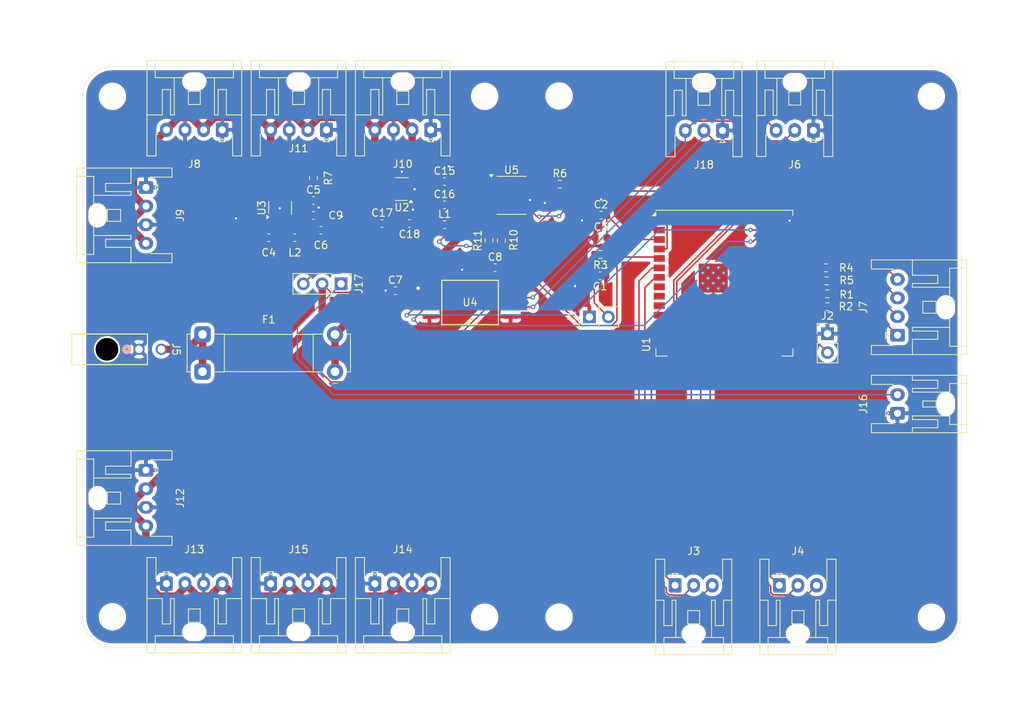
<source format=kicad_pcb>
(kicad_pcb (version 20241229) (generator "pcbnew") (generator_version "9.0")
  (layers (0 "F.Cu" signal) (2 "B.Cu" signal) (13 "F.Paste" user) (15 "B.Paste" user) (5 "F.SilkS" user "F.Silkscreen") (7 "B.SilkS" user "B.Silkscreen") (1 "F.Mask" user) (3 "B.Mask" user) (25 "Edge.Cuts" user))
  (net 0 "")
  (net 1 "GND")
  (net 2 "+12V")
  (net 3 "+5V")
  (net 4 "Net-(J5-Pin_2)")
  (net 5 "BSPD")
  (net 6 "CKPT")
  (net 7 "LEFT")
  (net 8 "BOTS")
  (net 9 "IS")
  (net 10 "RIGHT")
  (net 11 "CANH")
  (net 12 "CANL")
  (net 13 "Main_Reset")
  (net 14 "+3V3")
  (net 15 "Net-(U3-SW)")
  (net 16 "Net-(U3-CB)")
  (net 17 "+5V_Supply")
  (net 18 "Net-(U2-CB)")
  (net 19 "Net-(U2-SW)")
  (net 20 "LVMS")
  (net 21 "Net-(J2-Pin_2)")
  (net 22 "USBD+")
  (net 23 "USBD-")
  (net 24 "Net-(J7-Pin_4)")
  (net 25 "Net-(J7-Pin_3)")
  (net 26 "Net-(U1-IO19)")
  (net 27 "Net-(U1-IO20)")
  (net 28 "SDA")
  (net 29 "SCL")
  (net 30 "Net-(U3-EN)")
  (net 32 "RX")
  (net 42 "CAND")
  (net 47 "CANR")
  (net 55 "TX")
  (net 56 "+5V_USB")
  (footprint "Connector_JST:JST_XA_S03B-XASK-1_1x03_P2.50mm_Horizontal" (layer "F.Cu") (at 136.575 121.725)
    (property "Reference" "J3")
    (property "Value" "S03B-XASK-1")
  )
  (footprint "Custom_MSM:Regulator_Switching_SOT-23-6" (layer "F.Cu") (at 83.5 71 90)
    (property "Reference" "U3")
    (property "Value" "LMR50410Y5FQDBVRQ1" (hide yes))
  )
  (footprint "Capacitor_SMD:C_0603_1608Metric" (layer "F.Cu") (at 89 74)
    (property "Reference" "C6")
    (property "Value" "22u" (hide yes))
  )
  (footprint "Capacitor_SMD:C_0603_1608Metric" (layer "F.Cu") (at 126.625 74.975)
    (property "Reference" "C3")
    (property "Value" "0.1u" (hide yes))
  )
  (footprint "Connector_JST:JST_XA_S04B-XASK-1_1x04_P2.50mm_Horizontal" (layer "F.Cu") (at 89.75 60.5 180)
    (property "Reference" "J11")
    (property "Value" "Conn_01x04")
  )
  (footprint "Custom_MSM:Board_Medium_Inner-Mounting" (layer "F.Cu") (at 116 91 90)
    (property "Reference" "REF**" (hide yes))
    (property "Value" "Board_Medium_Inner-Mounting" (hide yes))
    (fp_line (start -35 -59) (end 35 -59) (stroke (width 0.05)) (layer "Edge.Cuts"))
    (fp_line (start 39 -55) (end 39 55) (stroke (width 0.05)) (layer "Edge.Cuts"))
    (fp_line (start -39 -55) (end -39 55) (stroke (width 0.05)) (layer "Edge.Cuts"))
    (fp_line (start 35 59) (end -35 59) (stroke (width 0.05)) (layer "Edge.Cuts"))
    (fp_arc (start 35 -59) (mid 37.828427 -57.828427) (end 39 -55) (stroke (width 0.05)) (layer "Edge.Cuts"))
    (fp_arc (start -39 -55) (mid -37.828427 -57.828427) (end -35 -59) (stroke (width 0.05)) (layer "Edge.Cuts"))
    (fp_arc (start 39 55) (mid 37.828427 57.828427) (end 35 59) (stroke (width 0.05)) (layer "Edge.Cuts"))
    (fp_arc (start -35 59) (mid -37.828427 57.828427) (end -39 55) (stroke (width 0.05)) (layer "Edge.Cuts"))
  )
  (footprint "Custom_MSM:Connector_MicroFit-Plus_2POS" (layer "F.Cu") (at 64.567002 90 -90)
    (property "Reference" "J5")
    (property "Value" "Conn_01x02" (hide yes))
  )
  (footprint "Capacitor_SMD:C_0603_1608Metric" (layer "F.Cu") (at 97.225 73.1)
    (property "Reference" "C17")
    (property "Value" "100n" (hide yes))
  )
  (footprint "Capacitor_SMD:C_0603_1608Metric" (layer "F.Cu") (at 100.9 73.1 180)
    (property "Reference" "C18")
    (property "Value" "10u" (hide yes))
  )
  (footprint "Connector_JST:JST_XA_S04B-XASK-1_1x04_P2.50mm_Horizontal" (layer "F.Cu") (at 65.5 106.25 -90)
    (property "Reference" "J12")
    (property "Value" "Conn_01x04")
  )
  (footprint "Connector_PinHeader_2.54mm:PinHeader_1x03_P2.54mm_Vertical" (layer "F.Cu") (at 91.715 81.2 -90)
    (property "Reference" "J17")
    (property "Value" "Conn_01x03" (hide yes))
  )
  (footprint "Resistor_SMD:R_0603_1608Metric" (layer "F.Cu") (at 111.575 75.35 90)
    (property "Reference" "R11")
    (property "Value" "4k7" (hide yes))
  )
  (footprint "Connector_JST:JST_XA_S04B-XASK-1_1x04_P2.50mm_Horizontal" (layer "F.Cu") (at 96.25 121.5)
    (property "Reference" "J14")
    (property "Value" "Conn_01x04")
  )
  (footprint "Connector_JST:JST_XA_S04B-XASK-1_1x04_P2.50mm_Horizontal" (layer "F.Cu") (at 166.45 88.1 90)
    (property "Reference" "J7")
    (property "Value" "Conn_01x04")
  )
  (footprint "Capacitor_SMD:C_0603_1608Metric" (layer "F.Cu") (at 105.6 70.585)
    (property "Reference" "C16")
    (property "Value" "100n" (hide yes))
  )
  (footprint "Custom_MSM:Regulator_Switching_SOT-23-6" (layer "F.Cu") (at 99.875 68.4875 180)
    (property "Reference" "U2")
    (property "Value" "LMR50410Y3FQDBVRQ1" (hide yes))
  )
  (footprint "Connector_PinHeader_2.54mm:PinHeader_1x02_P2.54mm_Vertical" (layer "F.Cu") (at 157.05 87.9)
    (property "Reference" "J2")
    (property "Value" "BSEL" (hide yes))
  )
  (footprint "Resistor_SMD:R_0603_1608Metric" (layer "F.Cu") (at 156.85 79.05 180)
    (property "Reference" "R4")
    (property "Value" "5k1" (hide yes))
  )
  (footprint "Inductor_SMD:L_0603_1608Metric" (layer "F.Cu") (at 105.625 73.25)
    (property "Reference" "L1")
    (property "Value" "3.9u" (hide yes))
  )
  (footprint "Connector_JST:JST_XA_S03B-XASK-1_1x03_P2.50mm_Horizontal" (layer "F.Cu") (at 155.15 60.575 180)
    (property "Reference" "J6")
    (property "Value" "S03B-XASK-1")
  )
  (footprint "Resistor_SMD:R_0603_1608Metric" (layer "F.Cu") (at 121.1 67.805)
    (property "Reference" "R6")
    (property "Value" "0.1" (hide yes))
  )
  (footprint "Connector_JST:JST_XA_S03B-XASK-1_1x03_P2.50mm_Horizontal" (layer "F.Cu") (at 142.95 60.6 180)
    (property "Reference" "J18")
    (property "Value" "S03B-XASK-1")
  )
  (footprint "Capacitor_SMD:C_0603_1608Metric" (layer "F.Cu") (at 126.625 71.975)
    (property "Reference" "C2")
    (property "Value" "22u" (hide yes))
  )
  (footprint "Capacitor_SMD:C_0603_1608Metric" (layer "F.Cu") (at 88 72)
    (property "Reference" "C9")
    (property "Value" "100n" (hide yes))
  )
  (footprint "Resistor_SMD:R_0603_1608Metric" (layer "F.Cu") (at 157.025 84.275)
    (property "Reference" "R2")
    (property "Value" "27" (hide yes))
  )
  (footprint "Capacitor_SMD:C_0603_1608Metric" (layer "F.Cu") (at 82 75)
    (property "Reference" "C4")
    (property "Value" "100n" (hide yes))
  )
  (footprint "Resistor_SMD:R_0603_1608Metric" (layer "F.Cu") (at 157.025 82.55)
    (property "Reference" "R1")
    (property "Value" "27" (hide yes))
  )
  (footprint "Resistor_SMD:R_0603_1608Metric" (layer "F.Cu") (at 126.55 77.25 180)
    (property "Reference" "R3")
    (property "Value" "10k" (hide yes))
  )
  (footprint "Capacitor_SMD:C_0603_1608Metric" (layer "F.Cu") (at 99 82.125)
    (property "Reference" "C7")
    (property "Value" "0.1u" (hide yes))
  )
  (footprint "Connector_JST:JST_XA_S04B-XASK-1_1x04_P2.50mm_Horizontal" (layer "F.Cu") (at 75.75 60.5 180)
    (property "Reference" "J8")
    (property "Value" "Conn_01x04")
  )
  (footprint "Resistor_SMD:R_0603_1608Metric" (layer "F.Cu") (at 88 67 90)
    (property "Reference" "R7")
    (property "Value" "0" (hide yes))
  )
  (footprint "Connector_JST:JST_XA_S03B-XASK-1_1x03_P2.50mm_Horizontal" (layer "F.Cu") (at 150.575 121.725)
    (property "Reference" "J4")
    (property "Value" "S03B-XASK-1")
  )
  (footprint "Connector_JST:JST_XA_S04B-XASK-1_1x04_P2.50mm_Horizontal" (layer "F.Cu") (at 68.25 121.5)
    (property "Reference" "J13")
    (property "Value" "Conn_01x04")
  )
  (footprint "Capacitor_SMD:C_0603_1608Metric" (layer "F.Cu") (at 88 70)
    (property "Reference" "C5")
    (property "Value" "10u" (hide yes))
  )
  (footprint "Capacitor_SMD:C_0603_1608Metric" (layer "F.Cu") (at 126.5 80.125 180)
    (property "Reference" "C1")
    (property "Value" "1u" (hide yes))
  )
  (footprint "customFootprints:DWV0008A-MFG" (layer "F.Cu") (at 109.037502 83.7)
    (property "Reference" "U4")
    (property "Value" "ISO1042BQDWVQ1" (hide yes))
  )
  (footprint "Resistor_SMD:R_0603_1608Metric" (layer "F.Cu") (at 113.25 75.375 90)
    (property "Reference" "R10")
    (property "Value" "4k7" (hide yes))
  )
  (footprint "Connector_PinHeader_2.54mm:PinHeader_1x02_P2.54mm_Vertical" (layer "F.Cu") (at 125.075 85.65 90)
    (property "Reference" "J1")
    (property "Value" "RST")
  )
  (footprint "Connector_JST:JST_XA_S02B-XASK-1_1x02_P2.50mm_Horizontal" (layer "F.Cu") (at 166.45 98.6 90)
    (property "Reference" "J16")
    (property "Value" "Conn_01x02")
  )
  (footprint "Capacitor_SMD:C_0603_1608Metric" (layer "F.Cu") (at 112.4 79.025)
    (property "Reference" "C8")
    (property "Value" "0.1u" (hide yes))
  )
  (footprint "Inductor_SMD:L_0603_1608Metric" (layer "F.Cu") (at 85.5 75)
    (property "Reference" "L2")
    (property "Value" "5.6u" (hide yes))
  )
  (footprint "Connector_JST:JST_XA_S04B-XASK-1_1x04_P2.50mm_Horizontal" (layer "F.Cu") (at 82.25 121.5)
    (property "Reference" "J15")
    (property "Value" "Conn_01x04")
  )
  (footprint "Capacitor_SMD:C_0603_1608Metric" (layer "F.Cu") (at 105.6 67.45)
    (property "Reference" "C15")
    (property "Value" "2.2u" (hide yes))
  )
  (footprint "Connector_JST:JST_XA_S04B-XASK-1_1x04_P2.50mm_Horizontal" (layer "F.Cu") (at 65.5 68.25 -90)
    (property "Reference" "J9")
    (property "Value" "Conn_01x04")
  )
  (footprint "RF_Module:ESP32-S3-WROOM-1U" (layer "F.Cu") (at 143.2 81.115)
    (property "Reference" "U1")
    (property "Value" "ESP32-S3-WROOM-1U-N4R2" (hide yes))
  )
  (footprint "Connector_JST:JST_XA_S04B-XASK-1_1x04_P2.50mm_Horizontal" (layer "F.Cu") (at 103.75 60.5 180)
    (property "Reference" "J10")
    (property "Value" "Conn_01x04")
  )
  (footprint "Resistor_SMD:R_0603_1608Metric" (layer "F.Cu") (at 156.925 80.8 180)
    (property "Reference" "R5")
    (property "Value" "5k" (hide yes))
  )
  (footprint "Fuse:Fuseholder_Clip-5x20mm_Bel_FC-203-22_Lateral_P17.80x5.00mm_D1.17mm_Horizontal" (layer "F.Cu") (at 73.1 88)
    (property "Reference" "F1")
    (property "Value" "Fuse")
  )
  (footprint "Package_SO:SOIC-8_3.9x4.9mm_P1.27mm" (layer "F.Cu") (at 114.6 69.305)
    (property "Reference" "U5")
    (property "Value" "INA219AxD" (hide yes))
  )
  (via (at 127.325 79.025) (size 0.6) (drill 0.3) (layers "F.Cu" "B.Cu") (net 1))
  (via (at 107.975 79.3) (size 0.6) (drill 0.3) (layers "F.Cu" "B.Cu") (net 1))
  (via (at 123.15 81.5) (size 0.6) (drill 0.3) (layers "F.Cu" "B.Cu") (net 1))
  (via (at 106.175 65.4) (size 0.6) (drill 0.3) (layers "F.Cu" "B.Cu") (net 1))
  (via (at 83.475 71.05) (size 0.6) (drill 0.3) (layers "F.Cu" "B.Cu") (net 1))
  (via (at 99.875 66.125) (size 0.6) (drill 0.3) (layers "F.Cu" "B.Cu") (net 1))
  (via (at 151.95 72.705) (size 0.6) (drill 0.3) (layers "F.Cu" "B.Cu") (net 1))
  (via (at 101.375 71.225) (size 0.6) (drill 0.3) (layers "F.Cu" "B.Cu") (net 1))
  (via (at 126.65 69.85) (size 0.6) (drill 0.3) (layers "F.Cu" "B.Cu") (net 1))
  (via (at 91.825 72.15) (size 0.6) (drill 0.3) (layers "F.Cu" "B.Cu") (net 1))
  (via (at 97.7 82.1) (size 0.6) (drill 0.3) (layers "F.Cu" "B.Cu") (net 1))
  (via (at 77.6 72.4) (size 0.6) (drill 0.3) (layers "F.Cu" "B.Cu") (net 1))
  (via (at 119.075 70.325) (size 0.6) (drill 0.3) (layers "F.Cu" "B.Cu") (net 1))
  (via (at 88.7 70.95) (size 0.6) (drill 0.3) (layers "F.Cu" "B.Cu") (net 1))
  (via (at 101.585 68.4875) (size 0.6) (drill 0.3) (layers "F.Cu" "B.Cu") (net 1))
  (via (at 124.075 72.675) (size 0.6) (drill 0.3) (layers "F.Cu" "B.Cu") (net 1))
  (via (at 117.075 69.94) (size 0.6) (drill 0.3) (layers "F.Cu" "B.Cu") (net 1))
  (segment (start 69.926 58.824) (end 71.574 58.824) (width 1) (layer "F.Cu") (net 2))
  (segment (start 96.25 60.5) (end 97.926 58.824) (width 1) (layer "F.Cu") (net 2))
  (segment (start 121.199001 69.005999) (end 121.925 68.28) (width 1) (layer "F.Cu") (net 2))
  (segment (start 65.5 70.75) (end 65.323156 70.75) (width 1) (layer "F.Cu") (net 2))
  (segment (start 73.25 60.323156) (end 74.748156 58.825) (width 1) (layer "F.Cu") (net 2))
  (segment (start 121.925 68.28) (end 121.925 67.805) (width 1) (layer "F.Cu") (net 2))
  (segment (start 118.47 63.875) (end 121.925 67.33) (width 1) (layer "F.Cu") (net 2))
  (segment (start 87.225 68.6) (end 87.225 70) (width 1) (layer "F.Cu") (net 2))
  (segment (start 88 67.825) (end 87.764 67.589) (width 1) (layer "F.Cu") (net 2))
  (segment (start 82.25 66.764324) (end 83.5 68.014324) (width 1) (layer "F.Cu") (net 2))
  (segment (start 96.25 60.5) (end 96.25 65.6225) (width 1) (layer "F.Cu") (net 2))
  (segment (start 101.25 63.875) (end 118.47 63.875) (width 1) (layer "F.Cu") (net 2))
  (segment (start 119.721251 69.005999) (end 121.199001 69.005999) (width 1) (layer "F.Cu") (net 2))
  (segment (start 104.825 67.45) (end 104.825 70.585) (width 1) (layer "F.Cu") (net 2))
  (segment (start 83.925324 67.589) (end 83.5 68.014324) (width 1) (layer "F.Cu") (net 2))
  (segment (start 87.764 67.589) (end 83.925324 67.589) (width 1) (layer "F.Cu") (net 2))
  (segment (start 83.975 58.775) (end 85.525 58.775) (width 1) (layer "F.Cu") (net 2))
  (segment (start 98.165 67.5375) (end 98.165 68.4115) (width 1) (layer "F.Cu") (net 2))
  (segment (start 87.25 60.323156) (end 88.749156 58.824) (width 1) (layer "F.Cu") (net 2))
  (segment (start 121.925 67.33) (end 121.925 67.805) (width 1) (layer "F.Cu") (net 2))
  (segment (start 63.824 69.250844) (end 63.824 64.926) (width 1) (layer "F.Cu") (net 2))
  (segment (start 97.926 58.824) (end 99.574 58.824) (width 1) (layer "F.Cu") (net 2))
  (segment (start 74.748156 58.825) (end 80.575 58.825) (width 1) (layer "F.Cu") (net 2))
  (segment (start 63.824 74.074) (end 63.824 72.426) (width 1) (layer "F.Cu") (net 2))
  (segment (start 65.323156 70.75) (end 63.824 69.250844) (width 1) (layer "F.Cu") (net 2))
  (segment (start 99.574 58.824) (end 101.25 60.5) (width 1) (layer "F.Cu") (net 2))
  (segment (start 68.25 60.5) (end 69.926 58.824) (width 1) (layer "F.Cu") (net 2))
  (segment (start 85.525 58.775) (end 87.25 60.5) (width 1) (layer "F.Cu") (net 2))
  (segment (start 80.575 58.825) (end 82.25 60.5) (width 1) (layer "F.Cu") (net 2))
  (segment (start 101.25 63.875) (end 104.825 67.45) (width 1) (layer "F.Cu") (net 2))
  (segment (start 73.25 60.5) (end 73.25 60.323156) (width 1) (layer "F.Cu") (net 2))
  (segment (start 63.824 64.926) (end 68.25 60.5) (width 1) (layer "F.Cu") (net 2))
  (segment (start 87.225 70) (end 87.225 72) (width 1) (layer "F.Cu") (net 2))
  (segment (start 63.824 72.426) (end 65.5 70.75) (width 1) (layer "F.Cu") (net 2))
  (segment (start 71.574 58.824) (end 73.25 60.5) (width 1) (layer "F.Cu") (net 2))
  (segment (start 96.25 65.6225) (end 98.165 67.5375) (width 1) (layer "F.Cu") (net 2))
  (segment (start 88 67.825) (end 87.225 68.6) (width 1) (layer "F.Cu") (net 2))
  (segment (start 87.25 60.5) (end 87.25 60.323156) (width 1) (layer "F.Cu") (net 2))
  (segment (start 88.749156 58.824) (end 94.574 58.824) (width 1) (layer "F.Cu") (net 2))
  (segment (start 94.574 58.824) (end 96.25 60.5) (width 1) (layer "F.Cu") (net 2))
  (segment (start 101.25 60.5) (end 101.25 63.875) (width 1) (layer "F.Cu") (net 2))
  (segment (start 117.075 68.67) (end 119.385252 68.67) (width 1) (layer "F.Cu") (net 2))
  (segment (start 82.25 60.5) (end 82.25 66.764324) (width 1) (layer "F.Cu") (net 2))
  (segment (start 65.5 75.75) (end 63.824 74.074) (width 1) (layer "F.Cu") (net 2))
  (segment (start 119.385252 68.67) (end 119.721251 69.005999) (width 1) (layer "F.Cu") (net 2))
  (segment (start 82.25 60.5) (end 83.975 58.775) (width 1) (layer "F.Cu") (net 2))
  (segment (start 90.326 82.351) (end 89.175 81.2) (width 0.2) (layer "F.Cu") (net 3))
  (segment (start 67.249156 123.176) (end 69.574 123.176) (width 1) (layer "F.Cu") (net 3))
  (segment (start 89.175 81.2) (end 89.175 93.256314) (width 0.2) (layer "F.Cu") (net 3))
  (segment (start 65.5 113.75) (end 65.5 121.426844) (width 1) (layer "F.Cu") (net 3))
  (segment (start 72.426 123.176) (end 74.074 123.176) (width 1) (layer "F.Cu") (net 3))
  (segment (start 63.824 112.074) (end 65.5 113.75) (width 1) (layer "F.Cu") (net 3))
  (segment (start 84.75 121.676844) (end 84.75 121.5) (width 1) (layer "F.Cu") (net 3))
  (segment (start 86.426 123.176) (end 88.074 123.176) (width 1) (layer "F.Cu") (net 3))
  (segment (start 99.775 82.125) (end 98.999 81.349) (width 0.2) (layer "F.Cu") (net 3))
  (segment (start 89.75 121.5) (end 91.426 123.176) (width 1) (layer "F.Cu") (net 3))
  (segment (start 70.75 121.5) (end 72.426 123.176) (width 1) (layer "F.Cu") (net 3))
  (segment (start 113.887501 81.795) (end 114.487501 81.795) (width 0.2) (layer "F.Cu") (net 3))
  (segment (start 65.5 108.75) (end 63.824 110.426) (width 1) (layer "F.Cu") (net 3))
  (segment (start 75.75 121.5) (end 77.426 123.176) (width 1) (layer "F.Cu") (net 3))
  (segment (start 89.175 93.256314) (end 90.319686 94.401) (width 0.2) (layer "F.Cu") (net 3))
  (segment (start 65.5 121.426844) (end 67.249156 123.176) (width 1) (layer "F.Cu") (net 3))
  (segment (start 97.849 123.176) (end 98.75 122.275) (width 1) (layer "F.Cu") (net 3))
  (segment (start 88.074 123.176) (end 89.75 121.5) (width 1) (layer "F.Cu") (net 3))
  (segment (start 98.999 81.349) (end 93.868 81.349) (width 0.2) (layer "F.Cu") (net 3))
  (segment (start 98.75 122.275) (end 98.75 121.5) (width 1) (layer "F.Cu") (net 3))
  (segment (start 101.281501 94.401) (end 113.887501 81.795) (width 0.2) (layer "F.Cu") (net 3))
  (segment (start 90.319686 94.401) (end 101.281501 94.401) (width 0.2) (layer "F.Cu") (net 3))
  (segment (start 83.250844 123.176) (end 84.75 121.676844) (width 1) (layer "F.Cu") (net 3))
  (segment (start 69.574 123.176) (end 70.75 122) (width 1) (layer "F.Cu") (net 3))
  (segment (start 89.175 85.3) (end 89.175 81.2) (width 1) (layer "F.Cu") (net 3))
  (segment (start 77.426 123.176) (end 83.250844 123.176) (width 1) (layer "F.Cu") (net 3))
  (segment (start 98.75 121.5) (end 100.426 123.176) (width 1) (layer "F.Cu") (net 3))
  (segment (start 102.074 123.176) (end 103.75 121.5) (width 1) (layer "F.Cu") (net 3))
  (segment (start 84.75 121.5) (end 86.426 123.176) (width 1) (layer "F.Cu") (net 3))
  (segment (start 63.824 110.426) (end 63.824 112.074) (width 1) (layer "F.Cu") (net 3))
  (segment (start 100.426 123.176) (end 102.074 123.176) (width 1) (layer "F.Cu") (net 3))
  (segment (start 70.75 122) (end 70.75 121.5) (width 1) (layer "F.Cu") (net 3))
  (segment (start 65.5 108.75) (end 65.725 108.75) (width 1) (layer "F.Cu") (net 3))
  (segment (start 92.866 82.351) (end 90.326 82.351) (width 0.2) (layer "F.Cu") (net 3))
  (segment (start 91.426 123.176) (end 97.849 123.176) (width 1) (layer "F.Cu") (net 3))
  (segment (start 74.074 123.176) (end 75.75 121.5) (width 1) (layer "F.Cu") (net 3))
  (segment (start 65.725 108.75) (end 89.175 85.3) (width 1) (layer "F.Cu") (net 3))
  (segment (start 93.868 81.349) (end 92.866 82.351) (width 0.2) (layer "F.Cu") (net 3))
  (segment (start 67.567001 90) (end 71.1 90) (width 1) (layer "F.Cu") (net 4))
  (segment (start 71.1 90) (end 73.1 88) (width 1) (layer "F.Cu") (net 4))
  (segment (start 73.1 88) (end 73.1 93) (width 1) (layer "F.Cu") (net 4))
  (segment (start 135.62274 123.451) (end 131.724 119.55226) (width 0.2) (layer "F.Cu") (net 5))
  (segment (start 131.724 80.831) (end 133.5 79.055) (width 0.2) (layer "F.Cu") (net 5))
  (segment (start 131.724 119.55226) (end 131.724 80.831) (width 0.2) (layer "F.Cu") (net 5))
  (segment (start 141.575 121.725) (end 139.849 123.451) (width 0.2) (layer "F.Cu") (net 5))
  (segment (start 133.5 79.055) (end 134.45 79.055) (width 0.2) (layer "F.Cu") (net 5))
  (segment (start 139.849 123.451) (end 135.62274 123.451) (width 0.2) (layer "F.Cu") (net 5))
  (segment (start 133.918 80.325) (end 134.45 80.325) (width 0.2) (layer "F.Cu") (net 6))
  (segment (start 132.525 81.718) (end 133.918 80.325) (width 0.2) (layer "F.Cu") (net 6))
  (segment (start 135.424 122.68516) (end 135.424 122.124) (width 0.2) (layer "F.Cu") (net 6))
  (segment (start 132.525 119.225) (end 132.525 81.718) (width 0.2) (layer "F.Cu") (net 6))
  (segment (start 135.73984 123.001) (end 135.424 122.68516) (width 0.2) (layer "F.Cu") (net 6))
  (segment (start 139.075 121.725) (end 137.75 123.05) (width 0.2) (layer "F.Cu") (net 6))
  (segment (start 136.35 123.05) (end 136.301 123.001) (width 0.2) (layer "F.Cu") (net 6))
  (segment (start 137.75 123.05) (end 136.35 123.05) (width 0.2) (layer "F.Cu") (net 6))
  (segment (start 135.424 122.124) (end 132.525 119.225) (width 0.2) (layer "F.Cu") (net 6))
  (segment (start 136.301 123.001) (end 135.73984 123.001) (width 0.2) (layer "F.Cu") (net 6))
  (segment (start 133.399 118.549) (end 133.399 86.776) (width 0.2) (layer "F.Cu") (net 7))
  (segment (start 136.575 121.725) (end 133.399 118.549) (width 0.2) (layer "F.Cu") (net 7))
  (segment (start 133.5 86.675) (end 134.45 86.675) (width 0.2) (layer "F.Cu") (net 7))
  (segment (start 133.399 86.776) (end 133.5 86.675) (width 0.2) (layer "F.Cu") (net 7))
  (segment (start 150.6 123.025) (end 151.775 123.025) (width 0.2) (layer "F.Cu") (net 8))
  (segment (start 151.775 123.025) (end 153.075 121.725) (width 0.2) (layer "F.Cu") (net 8))
  (segment (start 140.025 112.45) (end 149.424 121.849) (width 0.2) (layer "F.Cu") (net 8))
  (segment (start 149.424 121.849) (end 149.424 122.68516) (width 0.2) (layer "F.Cu") (net 8))
  (segment (start 140.025 90.465) (end 140.025 112.45) (width 0.2) (layer "F.Cu") (net 8))
  (segment (start 149.424 122.68516) (end 149.73984 123.001) (width 0.2) (layer "F.Cu") (net 8))
  (segment (start 149.73984 123.001) (end 150.576 123.001) (width 0.2) (layer "F.Cu") (net 8))
  (segment (start 150.576 123.001) (end 150.6 123.025) (width 0.2) (layer "F.Cu") (net 8))
  (segment (start 150.575 121.725) (end 141.295 112.445) (width 0.2) (layer "F.Cu") (net 9))
  (segment (start 141.295 112.445) (end 141.295 90.465) (width 0.2) (layer "F.Cu") (net 9))
  (segment (start 138.755 90.465) (end 138.755 112.58326) (width 0.2) (layer "F.Cu") (net 10))
  (segment (start 153.874 123.426) (end 155.575 121.725) (width 0.2) (layer "F.Cu") (net 10))
  (segment (start 149.59774 123.426) (end 153.874 123.426) (width 0.2) (layer "F.Cu") (net 10))
  (segment (start 138.755 112.58326) (end 149.59774 123.426) (width 0.2) (layer "F.Cu") (net 10))
  (segment (start 139.226 59.324) (end 137.95 60.6) (width 0.2) (layer "F.Cu") (net 11))
  (segment (start 114.487501 83.065) (end 117.435 83.065) (width 0.2) (layer "F.Cu") (net 11))
  (segment (start 148.899 59.324) (end 139.226 59.324) (width 0.2) (layer "F.Cu") (net 11))
  (segment (start 117.435 83.065) (end 117.475 83.025) (width 0.2) (layer "F.Cu") (net 11))
  (segment (start 150.15 60.575) (end 148.899 59.324) (width 0.2) (layer "F.Cu") (net 11))
  (via (at 117.475 83.025) (size 0.6) (drill 0.3) (layers "F.Cu" "B.Cu") (net 11))
  (segment (start 137.95 62.55) (end 137.95 60.6) (width 0.2) (layer "B.Cu") (net 11))
  (segment (start 117.475 83.025) (end 137.95 62.55) (width 0.2) (layer "B.Cu") (net 11))
  (segment (start 151.225 62) (end 152.65 60.575) (width 0.2) (layer "F.Cu") (net 12))
  (segment (start 114.487501 84.335) (end 117.49 84.335) (width 0.2) (layer "F.Cu") (net 12))
  (segment (start 117.49 84.335) (end 117.5 84.325) (width 0.2) (layer "F.Cu") (net 12))
  (segment (start 140.45 60.6) (end 141.85 62) (width 0.2) (layer "F.Cu") (net 12))
  (segment (start 141.85 62) (end 151.225 62) (width 0.2) (layer "F.Cu") (net 12))
  (via (at 117.5 84.325) (size 0.6) (drill 0.3) (layers "F.Cu" "B.Cu") (net 12))
  (segment (start 117.5 84.325) (end 140.45 61.375) (width 0.2) (layer "B.Cu") (net 12))
  (segment (start 140.45 61.375) (end 140.45 60.6) (width 0.2) (layer "B.Cu") (net 12))
  (segment (start 125.725 83.76) (end 127.615 85.65) (width 0.2) (layer "F.Cu") (net 13))
  (segment (start 130.569064 75.245) (end 127.788064 78.026) (width 0.2) (layer "F.Cu") (net 13))
  (segment (start 126.501 78.026) (end 125.725 77.25) (width 0.2) (layer "F.Cu") (net 13))
  (segment (start 125.725 80.125) (end 125.725 77.25) (width 0.2) (layer "F.Cu") (net 13))
  (segment (start 134.45 75.245) (end 130.569064 75.245) (width 0.2) (layer "F.Cu") (net 13))
  (segment (start 127.788064 78.026) (end 126.501 78.026) (width 0.2) (layer "F.Cu") (net 13))
  (segment (start 125.725 80.125) (end 125.725 83.76) (width 0.2) (layer "F.Cu") (net 13))
  (segment (start 110.799 75.399) (end 110.799 68.726) (width 0.2) (layer "F.Cu") (net 14))
  (segment (start 126.624 71.199) (end 121.876 71.199) (width 0.2) (layer "F.Cu") (net 14))
  (segment (start 117.075 71.21) (end 116.100001 71.21) (width 0.2) (layer "F.Cu") (net 14))
  (segment (start 110.405 81.795) (end 113.175 79.025) (width 0.2) (layer "F.Cu") (net 14))
  (segment (start 101.675 73.1) (end 102.4625 72.3125) (width 0.2) (layer "F.Cu") (net 14))
  (segment (start 118.332128 72.157128) (end 118.022128 72.157128) (width 0.2) (layer "F.Cu") (net 14))
  (segment (start 105.475 72.3125) (end 102.4625 72.3125) (width 0.2) (layer "F.Cu") (net 14))
  (segment (start 102.4625 72.3125) (end 102.886 71.889) (width 0.2) (layer "F.Cu") (net 14))
  (segment (start 104.9 75.525) (end 106.4125 74.0125) (width 0.2) (layer "F.Cu") (net 14))
  (segment (start 113.560001 68.67) (end 112.125 68.67) (width 0.2) (layer "F.Cu") (net 14))
  (segment (start 127.375 75) (end 127.4 74.975) (width 0.2) (layer "F.Cu") (net 14))
  (segment (start 103.13 81.795) (end 103.587503 81.795) (width 0.2) (layer "F.Cu") (net 14))
  (segment (start 121.876 71.199) (end 120.975 72.1) (width 0.2) (layer "F.Cu") (net 14))
  (segment (start 113.225 76.175) (end 113.25 76.2) (width 0.2) (layer "F.Cu") (net 14))
  (segment (start 106.4125 73.25) (end 105.475 72.3125) (width 0.2) (layer "F.Cu") (net 14))
  (segment (start 111.575 76.175) (end 113.225 76.175) (width 0.2) (layer "F.Cu") (net 14))
  (segment (start 106.4125 74.0125) (end 106.4125 73.25) (width 0.2) (layer "F.Cu") (net 14))
  (segment (start 127.375 77.25) (end 127.375 75) (width 0.2) (layer "F.Cu") (net 14))
  (segment (start 111.575 76.175) (end 110.799 75.399) (width 0.2) (layer "F.Cu") (net 14))
  (segment (start 127.4 71.975) (end 126.624 71.199) (width 0.2) (layer "F.Cu") (net 14))
  (segment (start 111.575 76.175) (end 108.625 76.175) (width 0.2) (layer "F.Cu") (net 14))
  (segment (start 102.886 67.838501) (end 102.584999 67.5375) (width 0.2) (layer "F.Cu") (net 14))
  (segment (start 127.4 71.975) (end 129.4 73.975) (width 0.2) (layer "F.Cu") (net 14))
  (segment (start 113.175 79.025) (end 113.175 76.275) (width 0.2) (layer "F.Cu") (net 14))
  (segment (start 129.4 73.975) (end 134.45 73.975) (width 0.2) (layer "F.Cu") (net 14))
  (segment (start 102.886 71.889) (end 102.886 67.838501) (width 0.2) (layer "F.Cu") (net 14))
  (segment (start 127.4 74.975) (end 127.4 71.975) (width 0.2) (layer "F.Cu") (net 14))
  (segment (start 112.125 68.67) (end 112.125 67.4) (width 0.2) (layer "F.Cu") (net 14))
  (segment (start 118.022128 72.157128) (end 117.075 71.21) (width 0.2) (layer "F.Cu") (net 14))
  (segment (start 103.587503 81.795) (end 110.405 81.795) (width 0.2) (layer "F.Cu") (net 14))
  (segment (start 108.625 76.175) (end 108.55 76.1) (width 0.2) (layer "F.Cu") (net 14))
  (segment (start 102.584999 67.5375) (end 101.585 67.5375) (width 0.2) (layer "F.Cu") (net 14))
  (segment (start 116.100001 71.21) (end 113.560001 68.67) (width 0.2) (layer "F.Cu") (net 14))
  (segment (start 113.175 76.275) (end 113.25 76.2) (width 0.2) (layer "F.Cu") (net 14))
  (segment (start 110.799 68.726) (end 112.125 67.4) (width 0.2) (layer "F.Cu") (net 14))
  (via (at 108.55 76.1) (size 0.6) (drill 0.3) (layers "F.Cu" "B.Cu") (net 14))
  (via (at 120.975 72.1) (size 0.6) (drill 0.3) (layers "F.Cu" "B.Cu") (net 14))
  (via (at 104.9 75.525) (size 0.6) (drill 0.3) (layers "F.Cu" "B.Cu") (net 14))
  (via (at 118.332128 72.157128) (size 0.6) (drill 0.3) (layers "F.Cu" "B.Cu") (net 14))
  (segment (start 120.975 72.1) (end 118.389256 72.1) (width 0.2) (layer "B.Cu") (net 14))
  (segment (start 118.389256 72.1) (end 118.332128 72.157128) (width 0.2) (layer "B.Cu") (net 14))
  (segment (start 105.475 76.1) (end 104.9 75.525) (width 0.2) (layer "B.Cu") (net 14))
  (segment (start 108.55 76.1) (end 105.475 76.1) (width 0.2) (layer "B.Cu") (net 14))
  (segment (start 82.001 75.776) (end 81.225 75) (width 0.2) (layer "F.Cu") (net 15))
  (segment (start 81.225 70.615) (end 81.225 75) (width 0.2) (layer "F.Cu") (net 15))
  (segment (start 84.7125 75) (end 83.9365 75.776) (width 0.2) (layer "F.Cu") (net 15))
  (segment (start 83.9365 75.776) (end 82.001 75.776) (width 0.2) (layer "F.Cu") (net 15))
  (segment (start 82.55 69.29) (end 81.225 70.615) (width 0.2) (layer "F.Cu") (net 15))
  (segment (start 82.55 72.71) (end 82.55 74.775) (width 0.2) (layer "F.Cu") (net 16))
  (segment (start 82.55 74.775) (end 82.775 75) (width 0.2) (layer "F.Cu") (net 16))
  (segment (start 88.225 79.61) (end 86.635 81.2) (width 0.2) (layer "F.Cu") (net 17))
  (segment (start 87.225 75) (end 88.225 74) (width 0.2) (layer "F.Cu") (net 17))
  (segment (start 86.2875 74.5475) (end 86.2875 75) (width 0.2) (layer "F.Cu") (net 17))
  (segment (start 86.2875 75) (end 87.225 75) (width 0.2) (layer "F.Cu") (net 17))
  (segment (start 84.45 72.71) (end 86.2875 74.5475) (width 0.2) (layer "F.Cu") (net 17))
  (segment (start 88.225 74) (end 88.225 79.61) (width 0.2) (layer "F.Cu") (net 17))
  (segment (start 98 73.0225) (end 101.585 69.4375) (width 0.2) (layer "F.Cu") (net 18))
  (segment (start 98 73.1) (end 98 73.0225) (width 0.2) (layer "F.Cu") (net 18))
  (segment (start 97.226 73.876) (end 104.2115 73.876) (width 0.2) (layer "F.Cu") (net 19))
  (segment (start 98.165 69.4375) (end 96.45 71.1525) (width 0.2) (layer "F.Cu") (net 19))
  (segment (start 96.45 73.1) (end 97.226 73.876) (width 0.2) (layer "F.Cu") (net 19))
  (segment (start 96.45 71.1525) (end 96.45 73.1) (width 0.2) (layer "F.Cu") (net 19))
  (segment (start 104.2115 73.876) (end 104.8375 73.25) (width 0.2) (layer "F.Cu") (net 19))
  (segment (start 101.986504 80.563496) (end 108.15 74.4) (width 1) (layer "F.Cu") (net 20))
  (segment (start 108.15 74.4) (end 108.15 65.076) (width 1) (layer "F.Cu") (net 20))
  (segment (start 119.87 67.4) (end 117.075 67.4) (width 1) (layer "F.Cu") (net 20))
  (segment (start 120.275 67.805) (end 119.87 67.4) (width 1) (layer "F.Cu") (net 20))
  (segment (start 100.399 83.301) (end 101.986504 81.713496) (width 1) (layer "F.Cu") (net 20))
  (segment (start 90.9 88) (end 95.599 83.301) (width 1) (layer "F.Cu") (net 20))
  (segment (start 108.15 65.076) (end 114.751 65.076) (width 1) (layer "F.Cu") (net 20))
  (segment (start 95.599 83.301) (end 100.399 83.301) (width 1) (layer "F.Cu") (net 20))
  (segment (start 101.986504 81.713496) (end 101.986504 80.563496) (width 1) (layer "F.Cu") (net 20))
  (segment (start 90.9 93) (end 90.9 88) (width 1) (layer "F.Cu") (net 20))
  (segment (start 114.751 65.076) (end 117.075 67.4) (width 1) (layer "F.Cu") (net 20))
  (segment (start 155.825 89.215) (end 151.95 89.215) (width 0.2) (layer "F.Cu") (net 21))
  (segment (start 157.05 90.44) (end 155.825 89.215) (width 0.2) (layer "F.Cu") (net 21))
  (segment (start 162.625 84.275) (end 166.45 88.1) (width 0.2) (layer "F.Cu") (net 22))
  (segment (start 157.85 84.275) (end 162.625 84.275) (width 0.2) (layer "F.Cu") (net 22))
  (segment (start 163.4 82.55) (end 166.45 85.6) (width 0.2) (layer "F.Cu") (net 23))
  (segment (start 157.85 82.55) (end 163.4 82.55) (width 0.2) (layer "F.Cu") (net 23))
  (segment (start 164.9 79.05) (end 166.45 80.6) (width 0.2) (layer "F.Cu") (net 24))
  (segment (start 157.675 79.05) (end 164.9 79.05) (width 0.2) (layer "F.Cu") (net 24))
  (segment (start 157.75 80.8) (end 164.15 80.8) (width 0.2) (layer "F.Cu") (net 25))
  (segment (start 164.15 80.8) (end 166.45 83.1) (width 0.2) (layer "F.Cu") (net 25))
  (segment (start 155.02105 81.37105) (end 156.2 82.55) (width 0.2) (layer "F.Cu") (net 26))
  (segment (start 136.399 80.7089) (end 145.5549 71.553) (width 0.2) (layer "F.Cu") (net 26))
  (segment (start 155.02105 73.40695) (end 155.02105 81.37105) (width 0.2) (layer "F.Cu") (net 26))
  (segment (start 153.1671 71.553) (end 155.02105 73.40695) (width 0.2) (layer "F.Cu") (net 26))
  (segment (start 136.399 86.946) (end 136.399 80.7089) (width 0.2) (layer "F.Cu") (net 26))
  (segment (start 145.5549 71.553) (end 153.1671 71.553) (width 0.2) (layer "F.Cu") (net 26))
  (segment (start 135.4 87.945) (end 136.399 86.946) (width 0.2) (layer "F.Cu") (net 26))
  (segment (start 134.45 87.945) (end 135.4 87.945) (width 0.2) (layer "F.Cu") (net 26))
  (segment (start 136.8 80.875) (end 136.8 88.8) (width 0.2) (layer "F.Cu") (net 27))
  (segment (start 136.385 89.215) (end 134.45 89.215) (width 0.2) (layer "F.Cu") (net 27))
  (segment (start 153.001 81.076) (end 153.001 71.954) (width 0.2) (layer "F.Cu") (net 27))
  (segment (start 153.001 71.954) (end 145.721 71.954) (width 0.2) (layer "F.Cu") (net 27))
  (segment (start 136.8 88.8) (end 136.385 89.215) (width 0.2) (layer "F.Cu") (net 27))
  (segment (start 156.2 84.275) (end 153.001 81.076) (width 0.2) (layer "F.Cu") (net 27))
  (segment (start 145.721 71.954) (end 136.8 80.875) (width 0.2) (layer "F.Cu") (net 27))
  (segment (start 122.618893 68.718892) (end 122.625001 68.725) (width 0.2) (layer "F.Cu") (net 28))
  (segment (start 135.4 76.515) (end 134.45 76.515) (width 0.2) (layer "F.Cu") (net 28))
  (segment (start 113.25 74.55) (end 113.401 74.399) (width 0.2) (layer "F.Cu") (net 28))
  (segment (start 113.401 70.241001) (end 113.099999 69.94) (width 0.2) (layer "F.Cu") (net 28))
  (segment (start 113.099999 69.94) (end 112.125 69.94) (width 0.2) (layer "F.Cu") (net 28))
  (segment (start 135.501 69.576) (end 135.501 76.414) (width 0.2) (layer "F.Cu") (net 28))
  (segment (start 134.65 68.725) (end 135.501 69.576) (width 0.2) (layer "F.Cu") (net 28))
  (segment (start 135.501 76.414) (end 135.4 76.515) (width 0.2) (layer "F.Cu") (net 28))
  (segment (start 116.787785 74.55) (end 122.618893 68.718892) (width 0.2) (layer "F.Cu") (net 28))
  (segment (start 113.401 74.399) (end 113.401 70.241001) (width 0.2) (layer "F.Cu") (net 28))
  (segment (start 113.25 74.55) (end 116.787785 74.55) (width 0.2) (layer "F.Cu") (net 28))
  (segment (start 122.625001 68.725) (end 134.65 68.725) (width 0.2) (layer "F.Cu") (net 28))
  (segment (start 111.575 71.76) (end 112.125 71.21) (width 0.2) (layer "F.Cu") (net 29))
  (segment (start 111.575 74.525) (end 112.301 75.251) (width 0.2) (layer "F.Cu") (net 29))
  (segment (start 112.301 75.251) (end 114.676 75.251) (width 0.2) (layer "F.Cu") (net 29))
  (segment (start 123.924 86.801) (end 128.09176 86.801) (width 0.2) (layer "F.Cu") (net 29))
  (segment (start 128.782 77.6) (end 134.265 77.6) (width 0.2) (layer "F.Cu") (net 29))
  (segment (start 128.766 77.616) (end 128.782 77.6) (width 0.2) (layer "F.Cu") (net 29))
  (segment (start 128.766 86.12676) (end 128.766 77.616) (width 0.2) (layer "F.Cu") (net 29))
  (segment (start 114.676 77.553) (end 123.924 86.801) (width 0.2) (layer "F.Cu") (net 29))
  (segment (start 128.09176 86.801) (end 128.766 86.12676) (width 0.2) (layer "F.Cu") (net 29))
  (segment (start 111.575 74.525) (end 111.575 71.76) (width 0.2) (layer "F.Cu") (net 29))
  (segment (start 134.265 77.6) (end 134.45 77.785) (width 0.2) (layer "F.Cu") (net 29))
  (segment (start 114.676 75.251) (end 114.676 77.553) (width 0.2) (layer "F.Cu") (net 29))
  (segment (start 84.45 70.45011) (end 84.45 69.29) (width 0.2) (layer "F.Cu") (net 30))
  (segment (start 89.526 72.47411) (end 89.19911 72.801) (width 0.2) (layer "F.Cu") (net 30))
  (segment (start 89.526 67.701) (end 89.526 72.47411) (width 0.2) (layer "F.Cu") (net 30))
  (segment (start 88 66.175) (end 89.526 67.701) (width 0.2) (layer "F.Cu") (net 30))
  (segment (start 86.80089 72.801) (end 84.45 70.45011) (width 0.2) (layer "F.Cu") (net 30))
  (segment (start 89.19911 72.801) (end 86.80089 72.801) (width 0.2) (layer "F.Cu") (net 30))
  (segment (start 146.925 73.95) (end 146.95 73.975) (width 0.2) (layer "F.Cu") (net 42))
  (segment (start 146.95 73.975) (end 151.95 73.975) (width 0.2) (layer "F.Cu") (net 42))
  (segment (start 103.587503 83.065) (end 102.91 83.065) (width 0.2) (layer "F.Cu") (net 42))
  (segment (start 146.7 73.95) (end 146.925 73.95) (width 0.2) (layer "F.Cu") (net 42))
  (segment (start 102.91 83.065) (end 100.55 85.425) (width 0.2) (layer "F.Cu") (net 42))
  (via (at 100.55 85.425) (size 0.6) (drill 0.3) (layers "F.Cu" "B.Cu") (net 42))
  (via (at 146.7 73.95) (size 0.6) (drill 0.3) (layers "F.Cu" "B.Cu") (net 42))
  (segment (start 100.601 85.374) (end 123.049 85.374) (width 0.2) (layer "B.Cu") (net 42))
  (segment (start 123.049 85.374) (end 134.473 73.95) (width 0.2) (layer "B.Cu") (net 42))
  (segment (start 134.473 73.95) (end 146.7 73.95) (width 0.2) (layer "B.Cu") (net 42))
  (segment (start 100.55 85.425) (end 100.601 85.374) (width 0.2) (layer "B.Cu") (net 42))
  (segment (start 103.587503 84.335) (end 103.09 84.335) (width 0.2) (layer "F.Cu") (net 47))
  (segment (start 146.7 75.525) (end 147.05 75.525) (width 0.2) (layer "F.Cu") (net 47))
  (segment (start 103.09 84.335) (end 101.45 85.975) (width 0.2) (layer "F.Cu") (net 47))
  (segment (start 147.33 75.245) (end 151.95 75.245) (width 0.2) (layer "F.Cu") (net 47))
  (segment (start 147.05 75.525) (end 147.33 75.245) (width 0.2) (layer "F.Cu") (net 47))
  (via (at 146.7 75.525) (size 0.6) (drill 0.3) (layers "F.Cu" "B.Cu") (net 47))
  (via (at 101.45 85.975) (size 0.6) (drill 0.3) (layers "F.Cu" "B.Cu") (net 47))
  (segment (start 101.45 85.975) (end 102.276 86.801) (width 0.2) (layer "B.Cu") (net 47))
  (segment (start 143.650057 75.525) (end 146.7 75.525) (width 0.2) (layer "B.Cu") (net 47))
  (segment (start 102.276 86.801) (end 132.374057 86.801) (width 0.2) (layer "B.Cu") (net 47))
  (segment (start 132.374057 86.801) (end 143.650057 75.525) (width 0.2) (layer "B.Cu") (net 47))
  (segment (start 85.85 91.25) (end 85.85 87.065) (width 0.2) (layer "B.Cu") (net 56))
  (segment (start 90.7 96.1) (end 85.85 91.25) (width 0.2) (layer "B.Cu") (net 56))
  (segment (start 85.85 87.065) (end 91.715 81.2) (width 0.2) (layer "B.Cu") (net 56))
  (segment (start 166.45 96.1) (end 90.7 96.1) (width 0.2) (layer "B.Cu") (net 56))
  (zone (net 1) (net_name "GND") (layers "F.Cu" "B.Cu") (connect_pads (clearance 0.5)) (min_thickness 0.25) (fill yes (thermal_gap 0.5) (thermal_bridge_width 0.5))
    (polygon (pts (xy 179.675 47.675) (xy 48.525 43.05) (xy 45.9 139.725) (xy 183.45 137.475)))
  )
)
</source>
